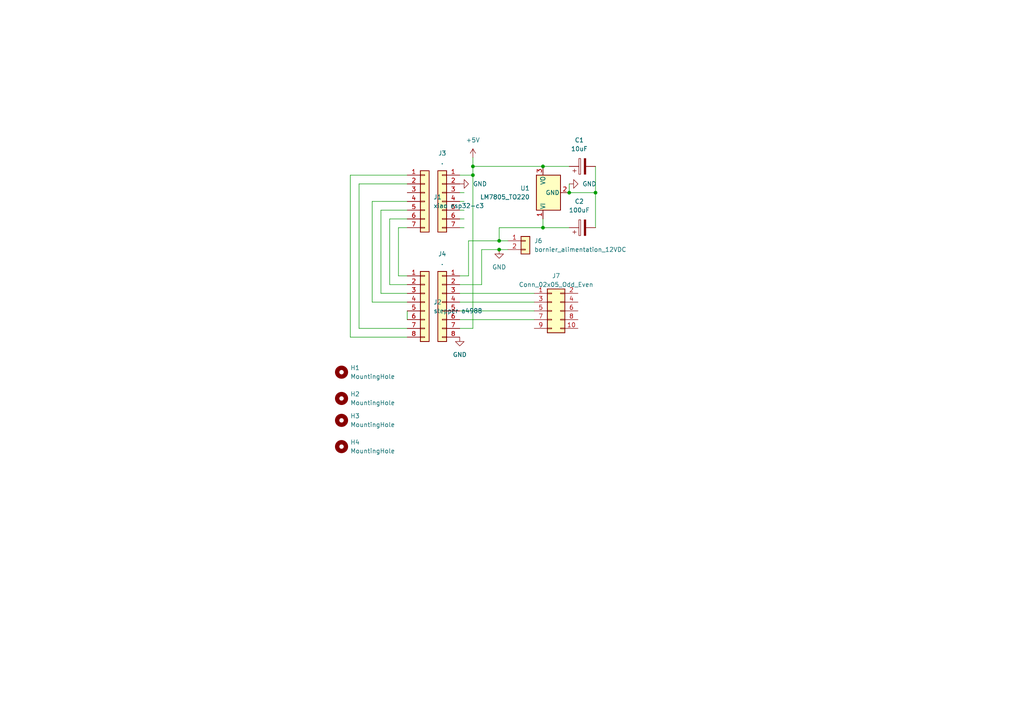
<source format=kicad_sch>
(kicad_sch (version 20230121) (generator eeschema)
  (paper "A4")
  (title_block (title "SlitFlap") (date "2023-04") (rev "1.0") (company "Elif") (comment 1 "author : Bienz Olivier"))
  (lib_symbols
    (symbol "Connector_Generic:Conn_01x02" (pin_names (offset 1.016) hide)
      (property "Reference" "J" (at 0 2.54 0))
      (property "Value" "Conn_01x02" (at 0 -5.08 0))
      (symbol "Conn_01x02_1_1"
        (rectangle (start -1.27 -2.413) (end 0 -2.667) (stroke (width 0.1524)))
        (rectangle (start -1.27 0.127) (end 0 -0.127) (stroke (width 0.1524)))
        (rectangle (start -1.27 1.27) (end 1.27 -3.81) (stroke (width 0.254)) (fill (type background)))
        (pin passive line (at -5.08 0 0) (length 3.81) (name "Pin_1") (number "1"))
        (pin passive line (at -5.08 -2.54 0) (length 3.81) (name "Pin_2") (number "2"))
      )
    )
    (symbol "Connector_Generic:Conn_01x07" (pin_names (offset 1.016) hide)
      (property "Reference" "J" (at 0 10.16 0))
      (property "Value" "Conn_01x07" (at 0 -10.16 0))
      (symbol "Conn_01x07_1_1"
        (rectangle (start -1.27 -7.493) (end 0 -7.747) (stroke (width 0.1524)))
        (rectangle (start -1.27 -4.953) (end 0 -5.207) (stroke (width 0.1524)))
        (rectangle (start -1.27 -2.413) (end 0 -2.667) (stroke (width 0.1524)))
        (rectangle (start -1.27 0.127) (end 0 -0.127) (stroke (width 0.1524)))
        (rectangle (start -1.27 2.667) (end 0 2.413) (stroke (width 0.1524)))
        (rectangle (start -1.27 5.207) (end 0 4.953) (stroke (width 0.1524)))
        (rectangle (start -1.27 7.747) (end 0 7.493) (stroke (width 0.1524)))
        (rectangle (start -1.27 8.89) (end 1.27 -8.89) (stroke (width 0.254)) (fill (type background)))
        (pin passive line (at -5.08 7.62 0) (length 3.81) (name "Pin_1") (number "1"))
        (pin passive line (at -5.08 5.08 0) (length 3.81) (name "Pin_2") (number "2"))
        (pin passive line (at -5.08 2.54 0) (length 3.81) (name "Pin_3") (number "3"))
        (pin passive line (at -5.08 0 0) (length 3.81) (name "Pin_4") (number "4"))
        (pin passive line (at -5.08 -2.54 0) (length 3.81) (name "Pin_5") (number "5"))
        (pin passive line (at -5.08 -5.08 0) (length 3.81) (name "Pin_6") (number "6"))
        (pin passive line (at -5.08 -7.62 0) (length 3.81) (name "Pin_7") (number "7"))
      )
    )
    (symbol "Connector_Generic:Conn_01x08" (pin_names (offset 1.016) hide)
      (property "Reference" "J" (at 0 10.16 0))
      (property "Value" "Conn_01x08" (at 0 -12.7 0))
      (symbol "Conn_01x08_1_1"
        (rectangle (start -1.27 -10.033) (end 0 -10.287) (stroke (width 0.1524)))
        (rectangle (start -1.27 -7.493) (end 0 -7.747) (stroke (width 0.1524)))
        (rectangle (start -1.27 -4.953) (end 0 -5.207) (stroke (width 0.1524)))
        (rectangle (start -1.27 -2.413) (end 0 -2.667) (stroke (width 0.1524)))
        (rectangle (start -1.27 0.127) (end 0 -0.127) (stroke (width 0.1524)))
        (rectangle (start -1.27 2.667) (end 0 2.413) (stroke (width 0.1524)))
        (rectangle (start -1.27 5.207) (end 0 4.953) (stroke (width 0.1524)))
        (rectangle (start -1.27 7.747) (end 0 7.493) (stroke (width 0.1524)))
        (rectangle (start -1.27 8.89) (end 1.27 -11.43) (stroke (width 0.254)) (fill (type background)))
        (pin passive line (at -5.08 7.62 0) (length 3.81) (name "Pin_1") (number "1"))
        (pin passive line (at -5.08 5.08 0) (length 3.81) (name "Pin_2") (number "2"))
        (pin passive line (at -5.08 2.54 0) (length 3.81) (name "Pin_3") (number "3"))
        (pin passive line (at -5.08 0 0) (length 3.81) (name "Pin_4") (number "4"))
        (pin passive line (at -5.08 -2.54 0) (length 3.81) (name "Pin_5") (number "5"))
        (pin passive line (at -5.08 -5.08 0) (length 3.81) (name "Pin_6") (number "6"))
        (pin passive line (at -5.08 -7.62 0) (length 3.81) (name "Pin_7") (number "7"))
        (pin passive line (at -5.08 -10.16 0) (length 3.81) (name "Pin_8") (number "8"))
      )
    )
    (symbol "Connector_Generic:Conn_02x05_Odd_Even" (pin_names (offset 1.016) hide)
      (property "Reference" "J" (at 1.27 7.62 0))
      (property "Value" "Conn_02x05_Odd_Even" (at 1.27 -7.62 0))
      (symbol "Conn_02x05_Odd_Even_1_1"
        (rectangle (start -1.27 -4.953) (end 0 -5.207) (stroke (width 0.1524)))
        (rectangle (start -1.27 -2.413) (end 0 -2.667) (stroke (width 0.1524)))
        (rectangle (start -1.27 0.127) (end 0 -0.127) (stroke (width 0.1524)))
        (rectangle (start -1.27 2.667) (end 0 2.413) (stroke (width 0.1524)))
        (rectangle (start -1.27 5.207) (end 0 4.953) (stroke (width 0.1524)))
        (rectangle (start -1.27 6.35) (end 3.81 -6.35) (stroke (width 0.254)) (fill (type background)))
        (rectangle (start 3.81 -4.953) (end 2.54 -5.207) (stroke (width 0.1524)))
        (rectangle (start 3.81 -2.413) (end 2.54 -2.667) (stroke (width 0.1524)))
        (rectangle (start 3.81 0.127) (end 2.54 -0.127) (stroke (width 0.1524)))
        (rectangle (start 3.81 2.667) (end 2.54 2.413) (stroke (width 0.1524)))
        (rectangle (start 3.81 5.207) (end 2.54 4.953) (stroke (width 0.1524)))
        (pin passive line (at -5.08 5.08 0) (length 3.81) (name "Pin_1") (number "1"))
        (pin passive line (at 7.62 -5.08 180) (length 3.81) (name "Pin_10") (number "10"))
        (pin passive line (at 7.62 5.08 180) (length 3.81) (name "Pin_2") (number "2"))
        (pin passive line (at -5.08 2.54 0) (length 3.81) (name "Pin_3") (number "3"))
        (pin passive line (at 7.62 2.54 180) (length 3.81) (name "Pin_4") (number "4"))
        (pin passive line (at -5.08 0 0) (length 3.81) (name "Pin_5") (number "5"))
        (pin passive line (at 7.62 0 180) (length 3.81) (name "Pin_6") (number "6"))
        (pin passive line (at -5.08 -2.54 0) (length 3.81) (name "Pin_7") (number "7"))
        (pin passive line (at 7.62 -2.54 180) (length 3.81) (name "Pin_8") (number "8"))
        (pin passive line (at -5.08 -5.08 0) (length 3.81) (name "Pin_9") (number "9"))
      )
    )
    (symbol "Device:C_Polarized" (pin_numbers hide) (pin_names (offset 0.254))
      (property "Reference" "C" (at 0.635 2.54 0))
      (property "Value" "C_Polarized" (at 0.635 -2.54 0))
      (symbol "C_Polarized_0_1"
        (rectangle (start -2.286 0.508) (end 2.286 1.016))
        (polyline (pts (xy -1.778 2.286) (xy -0.762 2.286)))
        (polyline (pts (xy -1.27 2.794) (xy -1.27 1.778)))
        (rectangle (start 2.286 -0.508) (end -2.286 -1.016) (fill (type outline)))
      )
      (symbol "C_Polarized_1_1"
        (pin passive line (at 0 3.81 270) (length 2.794) (name "~") (number "1"))
        (pin passive line (at 0 -3.81 90) (length 2.794) (name "~") (number "2"))
      )
    )
    (symbol "Mechanical:MountingHole" (pin_names (offset 1.016))
      (property "Reference" "H" (at 0 5.08 0))
      (property "Value" "MountingHole" (at 0 3.175 0))
      (symbol "MountingHole_0_1"
        (circle (center 0 0) (radius 1.27) (stroke (width 1.27)))
      )
    )
    (symbol "Regulator_Linear:LM7805_TO220" (pin_names (offset 0.254))
      (property "Reference" "U" (at -3.81 3.175 0))
      (property "Value" "LM7805_TO220" (at 0 3.175 0))
      (symbol "LM7805_TO220_0_1"
        (rectangle (start -5.08 1.905) (end 5.08 -5.08) (stroke (width 0.254)) (fill (type background)))
      )
      (symbol "LM7805_TO220_1_1"
        (pin power_in line (at -7.62 0 0) (length 2.54) (name "VI") (number "1"))
        (pin power_in line (at 0 -7.62 90) (length 2.54) (name "GND") (number "2"))
        (pin power_out line (at 7.62 0 180) (length 2.54) (name "VO") (number "3"))
      )
    )
    (symbol "power:+5V" (power) (pin_names (offset 0))
      (property "Value" "+5V" (at 0 3.556 0))
      (symbol "+5V_0_1"
        (polyline (pts (xy -0.762 1.27) (xy 0 2.54)))
        (polyline (pts (xy 0 0) (xy 0 2.54)))
        (polyline (pts (xy 0 2.54) (xy 0.762 1.27)))
      )
      (symbol "+5V_1_1"
        (pin power_in line (at 0 0 90) (length 0) hide (name "+5V") (number "1"))
      )
    )
    (symbol "power:GND" (power) (pin_names (offset 0))
      (property "Value" "GND" (at 0 -3.81 0))
      (symbol "GND_0_1"
        (polyline (pts (xy 0 0) (xy 0 -1.27) (xy 1.27 -1.27) (xy 0 -2.54) (xy -1.27 -1.27) (xy 0 -1.27)))
      )
      (symbol "GND_1_1"
        (pin power_in line (at 0 0 270) (length 0) hide (name "GND") (number "1"))
      )
    )
  )
  (junction (at 172.72 55.88))
  (junction (at 165.1 55.88))
  (junction (at 144.78 72.39))
  (junction (at 157.48 66.04))
  (junction (at 137.16 48.26))
  (junction (at 144.78 69.85))
  (junction (at 137.16 50.8))
  (junction (at 157.48 48.26))
  (wire (pts (xy 118.11 82.55) (xy 113.03 82.55)))
  (wire (pts (xy 118.11 80.01) (xy 115.57 80.01)))
  (wire (pts (xy 115.57 80.01) (xy 115.57 66.04)))
  (wire (pts (xy 113.03 63.5) (xy 118.11 63.5)))
  (wire (pts (xy 118.11 95.25) (xy 104.14 95.25)))
  (wire (pts (xy 115.57 66.04) (xy 118.11 66.04)))
  (wire (pts (xy 118.11 90.17) (xy 118.11 92.71)))
  (wire (pts (xy 137.16 45.72) (xy 137.16 48.26)))
  (wire (pts (xy 113.03 82.55) (xy 113.03 63.5)))
  (wire (pts (xy 118.11 50.8) (xy 101.6 50.8)))
  (wire (pts (xy 165.1 55.88) (xy 172.72 55.88)))
  (wire (pts (xy 133.35 63.5) (xy 134.62 63.5)))
  (wire (pts (xy 135.89 69.85) (xy 135.89 80.01)))
  (wire (pts (xy 139.7 82.55) (xy 139.7 72.39)))
  (wire (pts (xy 147.32 72.39) (xy 144.78 72.39)))
  (wire (pts (xy 101.6 50.8) (xy 101.6 97.79)))
  (wire (pts (xy 101.6 97.79) (xy 118.11 97.79)))
  (wire (pts (xy 137.16 48.26) (xy 137.16 50.8)))
  (wire (pts (xy 110.49 85.09) (xy 110.49 60.96)))
  (wire (pts (xy 144.78 69.85) (xy 135.89 69.85)))
  (wire (pts (xy 157.48 66.04) (xy 165.1 66.04)))
  (wire (pts (xy 107.95 58.42) (xy 118.11 58.42)))
  (wire (pts (xy 133.35 66.04) (xy 134.62 66.04)))
  (wire (pts (xy 139.7 72.39) (xy 144.78 72.39)))
  (wire (pts (xy 137.16 50.8) (xy 133.35 50.8)))
  (wire (pts (xy 110.49 60.96) (xy 118.11 60.96)))
  (wire (pts (xy 135.89 80.01) (xy 133.35 80.01)))
  (wire (pts (xy 133.35 58.42) (xy 134.62 58.42)))
  (wire (pts (xy 104.14 95.25) (xy 104.14 53.34)))
  (wire (pts (xy 157.48 48.26) (xy 137.16 48.26)))
  (wire (pts (xy 133.35 55.88) (xy 134.62 55.88)))
  (wire (pts (xy 133.35 87.63) (xy 154.94 87.63)))
  (wire (pts (xy 118.11 87.63) (xy 107.95 87.63)))
  (wire (pts (xy 104.14 53.34) (xy 118.11 53.34)))
  (wire (pts (xy 157.48 63.5) (xy 157.48 66.04)))
  (wire (pts (xy 133.35 82.55) (xy 139.7 82.55)))
  (wire (pts (xy 157.48 48.26) (xy 165.1 48.26)))
  (wire (pts (xy 165.1 53.34) (xy 165.1 55.88)))
  (wire (pts (xy 133.35 85.09) (xy 154.94 85.09)))
  (wire (pts (xy 137.16 95.25) (xy 137.16 50.8)))
  (wire (pts (xy 144.78 66.04) (xy 144.78 69.85)))
  (wire (pts (xy 157.48 66.04) (xy 144.78 66.04)))
  (wire (pts (xy 107.95 87.63) (xy 107.95 58.42)))
  (wire (pts (xy 133.35 92.71) (xy 154.94 92.71)))
  (wire (pts (xy 133.35 90.17) (xy 154.94 90.17)))
  (wire (pts (xy 172.72 55.88) (xy 172.72 66.04)))
  (wire (pts (xy 133.35 60.96) (xy 134.62 60.96)))
  (wire (pts (xy 147.32 69.85) (xy 144.78 69.85)))
  (wire (pts (xy 118.11 85.09) (xy 110.49 85.09)))
  (wire (pts (xy 172.72 48.26) (xy 172.72 55.88)))
  (wire (pts (xy 133.35 95.25) (xy 137.16 95.25)))
  (symbol (lib_id "Device:C_Polarized") (at 168.91 48.26 90) (unit 1)
    (property "Reference" "C1" (at 168.021 40.64 90))
    (property "Value" "10uF" (at 168.021 43.18 90))
    (property "Footprint" "Capacitor_THT:CP_Radial_D5.0mm_P2.00mm" (effects hide))
  )
  (symbol (lib_id "Connector_Generic:Conn_01x02") (at 152.4 69.85 0) (unit 1)
    (property "Reference" "J6" (at 154.94 69.8499 0) (effects (justify left)))
    (property "Value" "bornier_alimentation_12VDC" (at 154.94 72.3899 0) (effects (justify left)))
    (property "Footprint" "TerminalBlock_MetzConnect:TerminalBlock_MetzConnect_Type171_RT13702HBWC_1x02_P7.50mm_Horizontal" (effects hide))
  )
  (symbol (lib_id "Connector_Generic:Conn_01x08") (at 128.27 87.63 0) (mirror y) (unit 1)
    (property "Reference" "J4" (at 128.27 73.66 0))
    (property "Value" "." (at 128.27 76.2 0))
    (property "Footprint" "Connector_PinHeader_2.54mm:PinHeader_1x08_P2.54mm_Vertical" (effects hide))
  )
  (symbol (lib_id "power:GND") (at 133.35 97.79 0) (unit 1)
    (property "Reference" "#PWR02" (effects hide))
    (property "Value" "GND" (at 133.35 102.87 0))
  )
  (symbol (lib_id "Mechanical:MountingHole") (at 99.06 107.95 0) (unit 1)
    (property "Reference" "H1" (at 101.6 106.6799 0) (effects (justify left)))
    (property "Value" "MountingHole" (at 101.6 109.2199 0) (effects (justify left)))
    (property "Footprint" "MountingHole:MountingHole_3.2mm_M3" (effects hide))
  )
  (symbol (lib_id "power:+5V") (at 137.16 45.72 0) (unit 1)
    (property "Reference" "#PWR0101" (effects hide))
    (property "Value" "+5V" (at 137.16 40.64 0))
  )
  (symbol (lib_id "Connector_Generic:Conn_01x07") (at 128.27 58.42 0) (mirror y) (unit 1)
    (property "Reference" "J3" (at 128.27 44.45 0))
    (property "Value" "." (at 128.27 46.99 0))
    (property "Footprint" "Connector_PinHeader_2.54mm:PinHeader_1x07_P2.54mm_Vertical" (effects hide))
  )
  (symbol (lib_id "power:GND") (at 165.1 53.34 90) (unit 1)
    (property "Reference" "#PWR04" (effects hide))
    (property "Value" "GND" (at 168.91 53.3399 90) (effects (justify right)))
  )
  (symbol (lib_id "power:GND") (at 133.35 53.34 90) (unit 1)
    (property "Reference" "#PWR01" (effects hide))
    (property "Value" "GND" (at 137.16 53.3399 90) (effects (justify right)))
  )
  (symbol (lib_id "Mechanical:MountingHole") (at 99.06 121.92 0) (unit 1)
    (property "Reference" "H3" (at 101.6 120.6499 0) (effects (justify left)))
    (property "Value" "MountingHole" (at 101.6 123.1899 0) (effects (justify left)))
    (property "Footprint" "MountingHole:MountingHole_3.2mm_M3" (effects hide))
  )
  (symbol (lib_id "Device:C_Polarized") (at 168.91 66.04 90) (unit 1)
    (property "Reference" "C2" (at 168.021 58.42 90))
    (property "Value" "100uF" (at 168.021 60.96 90))
    (property "Footprint" "Capacitor_THT:CP_Radial_D5.0mm_P2.00mm" (effects hide))
  )
  (symbol (lib_id "power:GND") (at 144.78 72.39 0) (unit 1)
    (property "Reference" "#PWR03" (effects hide))
    (property "Value" "GND" (at 144.78 77.47 0))
  )
  (symbol (lib_id "Regulator_Linear:LM7805_TO220") (at 157.48 55.88 90) (unit 1)
    (property "Reference" "U1" (at 153.67 54.6099 90) (effects (justify left)))
    (property "Value" "LM7805_TO220" (at 153.67 57.1499 90) (effects (justify left)))
    (property "Footprint" "Package_TO_SOT_THT:TO-220-3_Vertical" (effects hide))
    (property "Datasheet" "https://www.onsemi.cn/PowerSolutions/document/MC7800-D.PDF" (effects hide))
  )
  (symbol (lib_id "Connector_Generic:Conn_02x05_Odd_Even") (at 160.02 90.17 0) (unit 1)
    (property "Reference" "J7" (at 161.29 80.01 0))
    (property "Value" "Conn_02x05_Odd_Even" (at 161.29 82.55 0))
    (property "Footprint" "Connector_PinHeader_2.54mm:PinHeader_2x05_P2.54mm_Horizontal" (effects hide))
  )
  (symbol (lib_id "Mechanical:MountingHole") (at 99.06 129.54 0) (unit 1)
    (property "Reference" "H4" (at 101.6 128.2699 0) (effects (justify left)))
    (property "Value" "MountingHole" (at 101.6 130.8099 0) (effects (justify left)))
    (property "Footprint" "MountingHole:MountingHole_3.2mm_M3" (effects hide))
  )
  (symbol (lib_id "Mechanical:MountingHole") (at 99.06 115.57 0) (unit 1)
    (property "Reference" "H2" (at 101.6 114.2999 0) (effects (justify left)))
    (property "Value" "MountingHole" (at 101.6 116.8399 0) (effects (justify left)))
    (property "Footprint" "MountingHole:MountingHole_3.2mm_M3" (effects hide))
  )
  (symbol (lib_id "Connector_Generic:Conn_01x08") (at 123.19 87.63 0) (unit 1)
    (property "Reference" "J2" (at 125.73 87.6299 0) (effects (justify left)))
    (property "Value" "stepper a4988" (at 125.73 90.1699 0) (effects (justify left)))
    (property "Footprint" "Connector_PinHeader_2.54mm:PinHeader_1x08_P2.54mm_Vertical" (effects hide))
  )
  (symbol (lib_id "Connector_Generic:Conn_01x07") (at 123.19 58.42 0) (unit 1)
    (property "Reference" "J1" (at 125.73 57.1499 0) (effects (justify left)))
    (property "Value" "xiao esp32-c3" (at 125.73 59.6899 0) (effects (justify left)))
    (property "Footprint" "Connector_PinHeader_2.54mm:PinHeader_1x07_P2.54mm_Vertical" (effects hide))
  )
)
</source>
